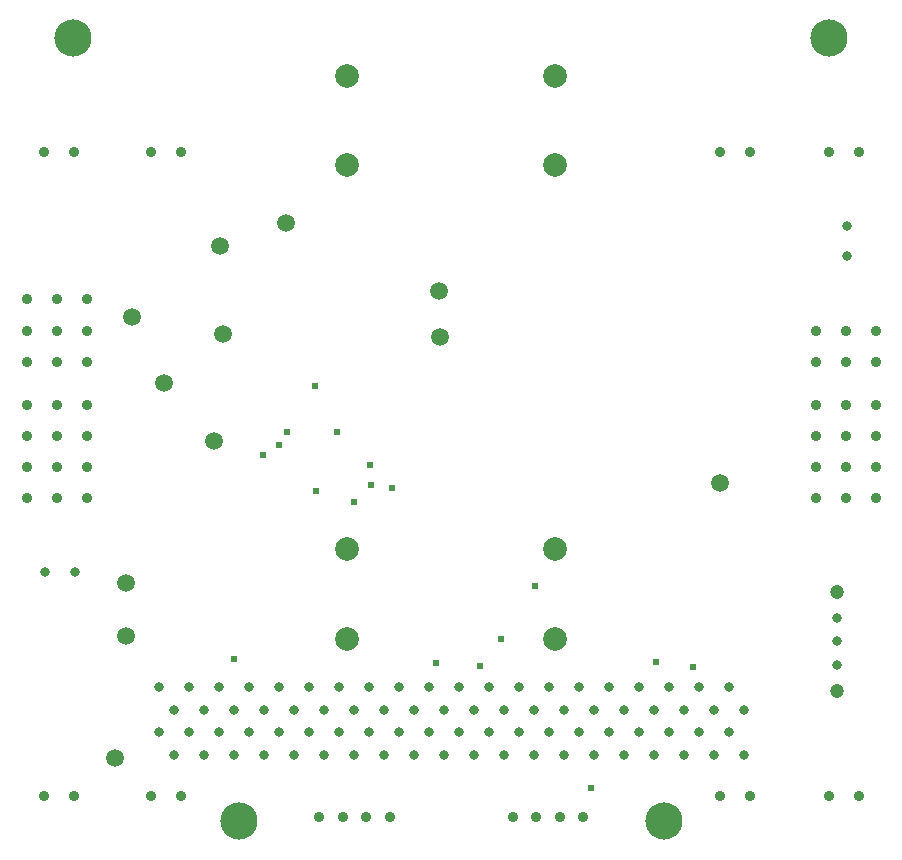
<source format=gbr>
G04 DesignSpark PCB Gerber Version 12.0 Build 5942*
%FSLAX35Y35*%
%MOMM*%
%ADD90C,0.60000*%
%ADD89C,0.60960*%
%ADD93C,0.81280*%
%ADD92C,0.81300*%
%ADD91C,0.90000*%
%ADD96C,1.20000*%
%ADD88C,1.50000*%
%ADD95C,2.00000*%
%ADD94C,3.15000*%
X0Y0D02*
D02*
D88*
X1520240Y2150240D03*
X1610240Y3185240D03*
Y3630240D03*
X1665240Y5890240D03*
X1930240Y5330240D03*
X2355240Y4840240D03*
X2410240Y6485240D03*
X2430240Y5745240D03*
X2970240Y6680240D03*
X4265240Y6110240D03*
X4270240Y5720240D03*
X6645240Y4485240D03*
D02*
D89*
X2527390Y2990240D03*
X2770240Y4715240D03*
X2905240Y4805240D03*
X2975240Y4915240D03*
X3215240Y5300240D03*
X3220240Y4410240D03*
X3395240Y4910240D03*
X3540240Y4320240D03*
X3675240Y4630240D03*
X3690240Y4465240D03*
X3865240Y4435240D03*
X4240240Y2955240D03*
X4610240Y2930240D03*
X4785240Y3160240D03*
X5075240Y3605240D03*
X5550240Y1900240D03*
X6100240Y2965240D03*
X6415240Y2920240D03*
D02*
D90*
X3485240Y7930240D03*
X5245240D03*
D02*
D91*
X772240Y4350240D03*
Y4615240D03*
Y4880240D03*
Y5145240D03*
Y5505240D03*
Y5770240D03*
Y6035240D03*
X915240Y1835240D03*
Y7285240D03*
X1026240Y4350240D03*
Y4615240D03*
Y4880240D03*
Y5145240D03*
Y5505240D03*
Y5770240D03*
Y6035240D03*
X1169240Y1835240D03*
Y7285240D03*
X1280240Y4350240D03*
Y4615240D03*
Y4880240D03*
Y5145240D03*
Y5505240D03*
Y5770240D03*
Y6035240D03*
X1825240Y1835240D03*
Y7285240D03*
X2079240Y1835240D03*
Y7285240D03*
X3245240Y1650240D03*
X3445240D03*
X3645240D03*
X3845240D03*
X4885240D03*
X5085240D03*
X5285240D03*
X5485240D03*
X6645240Y1835240D03*
Y7285240D03*
X6899240Y1835240D03*
Y7285240D03*
X7450240Y4350240D03*
Y4615240D03*
Y4880240D03*
Y5145240D03*
Y5505240D03*
Y5770240D03*
X7560240Y1835240D03*
Y7285240D03*
X7704240Y4350240D03*
Y4615240D03*
Y4880240D03*
Y5145240D03*
Y5505240D03*
Y5770240D03*
X7814240Y1835240D03*
Y7285240D03*
X7958240Y4350240D03*
Y4615240D03*
Y4880240D03*
Y5145240D03*
Y5505240D03*
Y5770240D03*
D02*
D92*
X1892390Y2371740D03*
Y2751740D03*
X2019390Y2181740D03*
Y2561740D03*
X2146390Y2371740D03*
Y2751740D03*
X2273390Y2181740D03*
Y2561740D03*
X2400390Y2371740D03*
Y2751740D03*
X2527390Y2181740D03*
Y2561740D03*
X2654390Y2371740D03*
Y2751740D03*
X2781390Y2181740D03*
Y2561740D03*
X2908390Y2371740D03*
Y2751740D03*
X3035390Y2181740D03*
Y2561740D03*
X3162390Y2371740D03*
Y2751740D03*
X3289390Y2181740D03*
Y2561740D03*
X3416390Y2371740D03*
Y2751740D03*
X3543390Y2181740D03*
Y2561740D03*
X3670390Y2371740D03*
Y2751740D03*
X3797390Y2181740D03*
Y2561740D03*
X3924390Y2371740D03*
Y2751740D03*
X4051390Y2181740D03*
Y2561740D03*
X4178390Y2371740D03*
Y2751740D03*
X4305390Y2181740D03*
Y2561740D03*
X4432390Y2371740D03*
Y2751740D03*
X4559390Y2181740D03*
Y2561740D03*
X4686390Y2371740D03*
Y2751740D03*
X4813390Y2181740D03*
Y2561740D03*
X4940390Y2371740D03*
Y2751740D03*
X5067390Y2181740D03*
Y2561740D03*
X5194390Y2371740D03*
Y2751740D03*
X5321390Y2181740D03*
Y2561740D03*
X5448390Y2371740D03*
Y2751740D03*
X5575390Y2181740D03*
Y2561740D03*
X5702390Y2371740D03*
Y2751740D03*
X5829390Y2181740D03*
Y2561740D03*
X5956390Y2371740D03*
Y2751740D03*
X6083390Y2181740D03*
Y2561740D03*
X6210390Y2371740D03*
Y2751740D03*
X6337390Y2181740D03*
Y2561740D03*
X6464390Y2371740D03*
Y2751740D03*
X6591390Y2181740D03*
Y2561740D03*
X6718390Y2371740D03*
Y2751740D03*
X6845390Y2181740D03*
Y2561740D03*
X7630240Y2940240D03*
Y3140240D03*
Y3340240D03*
D02*
D93*
X926240Y3730240D03*
X1180240D03*
X7715240Y6405240D03*
Y6659240D03*
D02*
D94*
X1165240Y8245240D03*
X2565240Y1620240D03*
X6165240D03*
X7565240Y8245240D03*
D02*
D95*
X3485240Y3160240D03*
Y3920240D03*
Y7170240D03*
Y7930240D03*
X5245240Y3160240D03*
Y3920240D03*
Y7170240D03*
Y7930240D03*
D02*
D96*
X7630240Y2720240D03*
Y3560240D03*
X0Y0D02*
M02*

</source>
